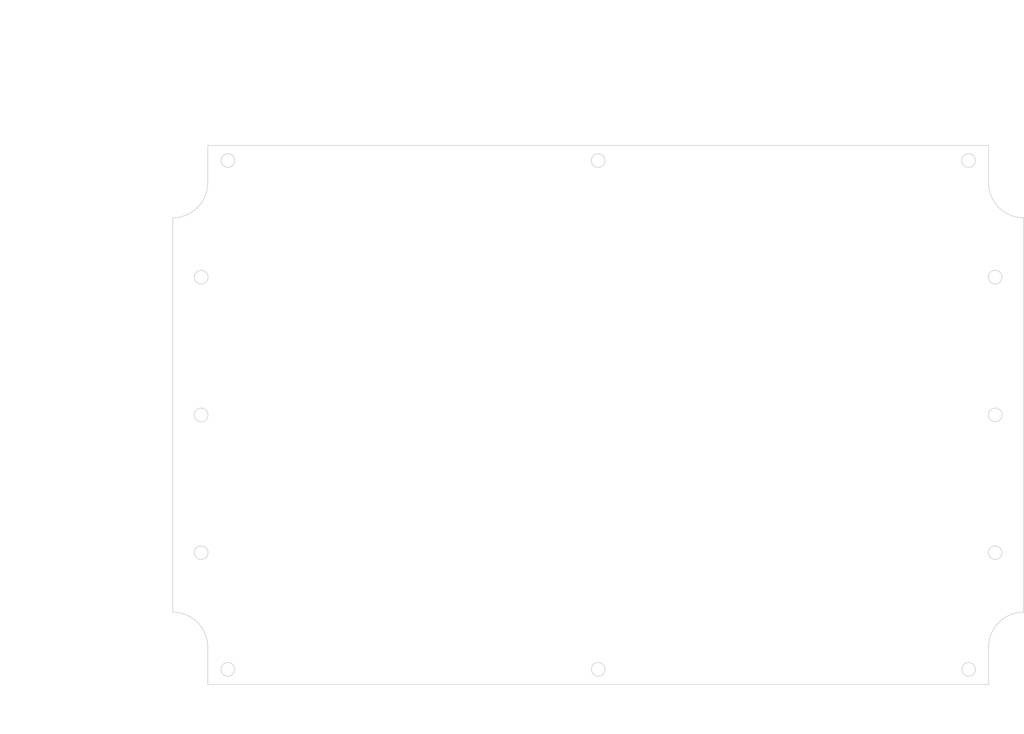
<source format=kicad_pcb>
(kicad_pcb (version 20171130) (host pcbnew "(5.1.0)-1")

  (general
    (thickness 1.6)
    (drawings 98)
    (tracks 0)
    (zones 0)
    (modules 0)
    (nets 1)
  )

  (page A3)
  (layers
    (0 F.Cu signal)
    (31 B.Cu signal)
    (32 B.Adhes user)
    (33 F.Adhes user)
    (34 B.Paste user)
    (35 F.Paste user)
    (36 B.SilkS user)
    (37 F.SilkS user)
    (38 B.Mask user)
    (39 F.Mask user)
    (40 Dwgs.User user)
    (41 Cmts.User user)
    (42 Eco1.User user)
    (43 Eco2.User user)
    (44 Edge.Cuts user)
    (45 Margin user)
    (46 B.CrtYd user)
    (47 F.CrtYd user)
    (48 B.Fab user)
    (49 F.Fab user)
  )

  (setup
    (last_trace_width 0.25)
    (trace_clearance 0.2)
    (zone_clearance 0.508)
    (zone_45_only no)
    (trace_min 0.2)
    (via_size 0.8)
    (via_drill 0.4)
    (via_min_size 0.4)
    (via_min_drill 0.3)
    (uvia_size 0.3)
    (uvia_drill 0.1)
    (uvias_allowed no)
    (uvia_min_size 0.2)
    (uvia_min_drill 0.1)
    (edge_width 0.05)
    (segment_width 0.2)
    (pcb_text_width 0.3)
    (pcb_text_size 1.5 1.5)
    (mod_edge_width 0.12)
    (mod_text_size 1 1)
    (mod_text_width 0.15)
    (pad_size 1.524 1.524)
    (pad_drill 0.762)
    (pad_to_mask_clearance 0.051)
    (solder_mask_min_width 0.25)
    (aux_axis_origin 0 0)
    (visible_elements FFFFFF7F)
    (pcbplotparams
      (layerselection 0x010fc_ffffffff)
      (usegerberextensions false)
      (usegerberattributes false)
      (usegerberadvancedattributes false)
      (creategerberjobfile false)
      (excludeedgelayer true)
      (linewidth 0.152400)
      (plotframeref false)
      (viasonmask false)
      (mode 1)
      (useauxorigin false)
      (hpglpennumber 1)
      (hpglpenspeed 20)
      (hpglpendiameter 15.000000)
      (psnegative false)
      (psa4output false)
      (plotreference true)
      (plotvalue true)
      (plotinvisibletext false)
      (padsonsilk false)
      (subtractmaskfromsilk false)
      (outputformat 1)
      (mirror false)
      (drillshape 1)
      (scaleselection 1)
      (outputdirectory ""))
  )

  (net 0 "")

  (net_class Default "This is the default net class."
    (clearance 0.2)
    (trace_width 0.25)
    (via_dia 0.8)
    (via_drill 0.4)
    (uvia_dia 0.3)
    (uvia_drill 0.1)
  )

  (gr_line (start 121.962062 87.345607) (end 121.962062 77.185607) (layer Edge.Cuts) (width 0.2))
  (gr_arc (start 112.437062 87.345607) (end 112.437062 96.870607) (angle -90) (layer Edge.Cuts) (width 0.2))
  (gr_line (start 112.437062 204.236407) (end 112.437062 96.870607) (layer Edge.Cuts) (width 0.2))
  (gr_arc (start 112.437062 213.761407) (end 121.962062 213.761407) (angle -90) (layer Edge.Cuts) (width 0.2))
  (gr_line (start 121.962062 223.921407) (end 121.962062 213.761407) (layer Edge.Cuts) (width 0.2))
  (gr_line (start 334.382262 223.921407) (end 121.962062 223.921407) (layer Edge.Cuts) (width 0.2))
  (gr_line (start 334.382262 213.761407) (end 334.382262 223.921407) (layer Edge.Cuts) (width 0.2))
  (gr_arc (start 343.907262 213.761407) (end 343.907262 204.236407) (angle -90) (layer Edge.Cuts) (width 0.2))
  (gr_line (start 343.907262 96.870607) (end 343.907262 204.236407) (layer Edge.Cuts) (width 0.2))
  (gr_arc (start 343.907262 87.345607) (end 334.382262 87.345607) (angle -90) (layer Edge.Cuts) (width 0.2))
  (gr_line (start 334.382262 77.185607) (end 334.382262 87.345607) (layer Edge.Cuts) (width 0.2))
  (gr_line (start 121.962062 77.185607) (end 334.382262 77.185607) (layer Edge.Cuts) (width 0.2))
  (gr_circle (center 120.172162 150.553507) (end 122.039062 150.553507) (layer Edge.Cuts) (width 0.2))
  (gr_circle (center 228.172162 219.806607) (end 230.039062 219.806607) (layer Edge.Cuts) (width 0.2))
  (gr_circle (center 336.172162 150.553507) (end 338.039062 150.553507) (layer Edge.Cuts) (width 0.2))
  (gr_circle (center 228.172162 81.300407) (end 230.039062 81.300407) (layer Edge.Cuts) (width 0.2))
  (gr_circle (center 120.172162 188.056607) (end 122.039062 188.056607) (layer Edge.Cuts) (width 0.2))
  (gr_circle (center 336.172162 188.056607) (end 338.039062 188.056607) (layer Edge.Cuts) (width 0.2))
  (gr_circle (center 336.172162 113.050407) (end 338.039062 113.050407) (layer Edge.Cuts) (width 0.2))
  (gr_circle (center 120.172162 113.050407) (end 122.039062 113.050407) (layer Edge.Cuts) (width 0.2))
  (gr_circle (center 127.423062 219.806607) (end 129.289962 219.806607) (layer Edge.Cuts) (width 0.2))
  (gr_circle (center 328.921262 219.806607) (end 330.788162 219.806607) (layer Edge.Cuts) (width 0.2))
  (gr_circle (center 328.921262 81.300407) (end 330.788162 81.300407) (layer Edge.Cuts) (width 0.2))
  (gr_circle (center 127.423062 81.300407) (end 129.289962 81.300407) (layer Edge.Cuts) (width 0.2))
  (gr_text [5.00] (at 85.847702 158.569343) (layer Dwgs.User)
    (effects (font (size 1.7 1.53) (thickness 0.2125)))
  )
  (gr_text " 127.05" (at 85.847702 155.011907) (layer Dwgs.User)
    (effects (font (size 1.7 1.53) (thickness 0.2125)))
  )
  (gr_line (start 85.847702 98.870607) (end 85.847702 153.122446) (layer Dwgs.User) (width 0.2))
  (gr_line (start 85.847702 221.921407) (end 85.847702 160.237317) (layer Dwgs.User) (width 0.2))
  (gr_line (start 111.437062 96.870607) (end 82.672702 96.870607) (layer Dwgs.User) (width 0.2))
  (gr_line (start 120.962062 223.921407) (end 82.672702 223.921407) (layer Dwgs.User) (width 0.2))
  (gr_text [5.78] (at 70.197877 142.919517) (layer Dwgs.User)
    (effects (font (size 1.7 1.53) (thickness 0.2125)))
  )
  (gr_text " 146.74" (at 70.197877 139.362082) (layer Dwgs.User)
    (effects (font (size 1.7 1.53) (thickness 0.2125)))
  )
  (gr_line (start 70.197877 221.921407) (end 70.197877 144.587491) (layer Dwgs.User) (width 0.2))
  (gr_line (start 70.197877 79.185607) (end 70.197877 137.472621) (layer Dwgs.User) (width 0.2))
  (gr_line (start 120.962062 223.921407) (end 67.022877 223.921407) (layer Dwgs.User) (width 0.2))
  (gr_line (start 120.962062 77.185607) (end 67.022877 77.185607) (layer Dwgs.User) (width 0.2))
  (gr_text [R0.38] (at 135.718994 209.36124) (layer Dwgs.User)
    (effects (font (size 1.7 1.53) (thickness 0.2125)))
  )
  (gr_text " R9.53" (at 135.718994 205.803224) (layer Dwgs.User)
    (effects (font (size 1.7 1.53) (thickness 0.2125)))
  )
  (gr_line (start 128.791859 207.471778) (end 123.194019 209.624562) (layer Dwgs.User) (width 0.2))
  (gr_line (start 131.248223 207.471778) (end 128.791859 207.471778) (layer Dwgs.User) (width 0.2))
  (gr_text [2.11] (at 101.920495 122.405557) (layer Dwgs.User)
    (effects (font (size 1.7 1.53) (thickness 0.2125)))
  )
  (gr_text " 53.68" (at 101.920495 118.847542) (layer Dwgs.User)
    (effects (font (size 1.7 1.53) (thickness 0.2125)))
  )
  (gr_line (start 101.920495 148.553507) (end 101.920495 124.074111) (layer Dwgs.User) (width 0.2))
  (gr_line (start 101.920495 98.870607) (end 101.920495 116.958081) (layer Dwgs.User) (width 0.2))
  (gr_line (start 119.172162 150.553507) (end 98.745495 150.553507) (layer Dwgs.User) (width 0.2))
  (gr_line (start 111.437062 96.870607) (end 98.745495 96.870607) (layer Dwgs.User) (width 0.2))
  (gr_text [.30] (at 126.649143 147.039895) (layer Dwgs.User)
    (effects (font (size 1.7 1.53) (thickness 0.2125)))
  )
  (gr_text " 7.74" (at 126.649143 143.500434) (layer Dwgs.User)
    (effects (font (size 1.7 1.53) (thickness 0.2125)))
  )
  (gr_line (start 120.172162 145.150434) (end 123.265514 145.150434) (layer Dwgs.User) (width 0.2))
  (gr_line (start 114.437062 145.150434) (end 118.172162 145.150434) (layer Dwgs.User) (width 0.2))
  (gr_line (start 120.172162 149.553507) (end 120.172162 141.975434) (layer Dwgs.User) (width 0.2))
  (gr_text [9.11] (at 211.414339 42.760068) (layer Dwgs.User)
    (effects (font (size 1.7 1.53) (thickness 0.2125)))
  )
  (gr_text " 231.47" (at 211.414339 39.202053) (layer Dwgs.User)
    (effects (font (size 1.7 1.53) (thickness 0.2125)))
  )
  (gr_line (start 341.907262 40.870607) (end 216.122252 40.870607) (layer Dwgs.User) (width 0.2))
  (gr_line (start 114.437062 40.870607) (end 206.706426 40.870607) (layer Dwgs.User) (width 0.2))
  (gr_line (start 343.907262 95.870607) (end 343.907262 37.695607) (layer Dwgs.User) (width 0.2))
  (gr_line (start 112.437062 95.870607) (end 112.437062 37.695607) (layer Dwgs.User) (width 0.2))
  (gr_text [.38] (at 94.0893 55.858058) (layer Dwgs.User)
    (effects (font (size 1.7 1.53) (thickness 0.2125)))
  )
  (gr_text " 9.53" (at 94.0893 52.300043) (layer Dwgs.User)
    (effects (font (size 1.7 1.53) (thickness 0.2125)))
  )
  (gr_line (start 112.437062 53.968597) (end 97.476407 53.968597) (layer Dwgs.User) (width 0.2))
  (gr_line (start 119.962062 53.968597) (end 114.437062 53.968597) (layer Dwgs.User) (width 0.2))
  (gr_line (start 112.437062 95.870607) (end 112.437062 50.793597) (layer Dwgs.User) (width 0.2))
  (gr_line (start 121.962062 76.185607) (end 121.962062 50.793597) (layer Dwgs.User) (width 0.2))
  (gr_text [8.36] (at 234.619889 55.858058) (layer Dwgs.User)
    (effects (font (size 1.7 1.53) (thickness 0.2125)))
  )
  (gr_text " 212.42" (at 234.619889 52.315118) (layer Dwgs.User)
    (effects (font (size 1.7 1.53) (thickness 0.2125)))
  )
  (gr_line (start 332.382262 53.968597) (end 239.319105 53.968597) (layer Dwgs.User) (width 0.2))
  (gr_line (start 123.962062 53.968597) (end 229.920674 53.968597) (layer Dwgs.User) (width 0.2))
  (gr_line (start 334.382262 76.185607) (end 334.382262 50.793597) (layer Dwgs.User) (width 0.2))
  (gr_line (start 121.962062 76.185607) (end 121.962062 50.793597) (layer Dwgs.User) (width 0.2))
  (gr_text [7.93] (at 213.689393 68.598361) (layer Dwgs.User)
    (effects (font (size 1.7 1.53) (thickness 0.2125)))
  )
  (gr_text " 201.50" (at 213.689393 65.040926) (layer Dwgs.User)
    (effects (font (size 1.7 1.53) (thickness 0.2125)))
  )
  (gr_line (start 326.921262 66.7089) (end 218.394407 66.7089) (layer Dwgs.User) (width 0.2))
  (gr_line (start 129.423062 66.7089) (end 208.984379 66.7089) (layer Dwgs.User) (width 0.2))
  (gr_line (start 328.921262 80.300407) (end 328.921262 63.5339) (layer Dwgs.User) (width 0.2))
  (gr_line (start 127.423062 80.300407) (end 127.423062 63.5339) (layer Dwgs.User) (width 0.2))
  (gr_text [.16] (at 237.106022 110.996257) (layer Dwgs.User)
    (effects (font (size 1.7 1.53) (thickness 0.2125)))
  )
  (gr_text " 4.11" (at 237.106022 107.453317) (layer Dwgs.User)
    (effects (font (size 1.7 1.53) (thickness 0.2125)))
  )
  (gr_line (start 242.329043 109.106796) (end 240.329043 109.106796) (layer Dwgs.User) (width 0.2))
  (gr_line (start 242.329043 83.300407) (end 242.329043 109.106796) (layer Dwgs.User) (width 0.2))
  (gr_line (start 242.329043 75.185607) (end 242.329043 73.185607) (layer Dwgs.User) (width 0.2))
  (gr_line (start 229.172162 81.300407) (end 245.504043 81.300407) (layer Dwgs.User) (width 0.2))
  (gr_text [5.45] (at 214.063904 152.439489) (layer Dwgs.User)
    (effects (font (size 1.7 1.53) (thickness 0.2125)))
  )
  (gr_text " 138.51" (at 214.063904 148.884953) (layer Dwgs.User)
    (effects (font (size 1.7 1.53) (thickness 0.2125)))
  )
  (gr_line (start 214.063904 217.806607) (end 214.063904 154.108043) (layer Dwgs.User) (width 0.2))
  (gr_line (start 214.063904 83.300407) (end 214.063904 146.998971) (layer Dwgs.User) (width 0.2))
  (gr_line (start 227.172162 219.806607) (end 210.888904 219.806607) (layer Dwgs.User) (width 0.2))
  (gr_line (start 227.172162 81.300407) (end 210.888904 81.300407) (layer Dwgs.User) (width 0.2))
  (gr_text [2.95] (at 163.155546 152.442968) (layer Dwgs.User)
    (effects (font (size 1.7 1.53) (thickness 0.2125)))
  )
  (gr_text " 75.01" (at 163.155546 148.885533) (layer Dwgs.User)
    (effects (font (size 1.7 1.53) (thickness 0.2125)))
  )
  (gr_line (start 163.155546 186.056607) (end 163.155546 154.110942) (layer Dwgs.User) (width 0.2))
  (gr_line (start 163.155546 115.050407) (end 163.155546 146.996072) (layer Dwgs.User) (width 0.2))
  (gr_line (start 121.172162 188.056607) (end 166.330546 188.056607) (layer Dwgs.User) (width 0.2))
  (gr_line (start 121.172162 113.050407) (end 166.330546 113.050407) (layer Dwgs.User) (width 0.2))
  (gr_line (start 328.921262 219.896607) (end 328.921262 219.716607) (layer Dwgs.User) (width 0.2))
  (gr_line (start 328.831262 219.806607) (end 329.011262 219.806607) (layer Dwgs.User) (width 0.2))
  (gr_text "12 X ∅3.73[∅0.15]" (at 304.8 236.051391) (layer Dwgs.User)
    (effects (font (size 1.7 1.53) (thickness 0.2125)))
  )
  (gr_line (start 320.211053 236.051391) (end 327.093982 223.214534) (layer Dwgs.User) (width 0.2))
  (gr_line (start 317.245363 236.051391) (end 320.211053 236.051391) (layer Dwgs.User) (width 0.2))

)

</source>
